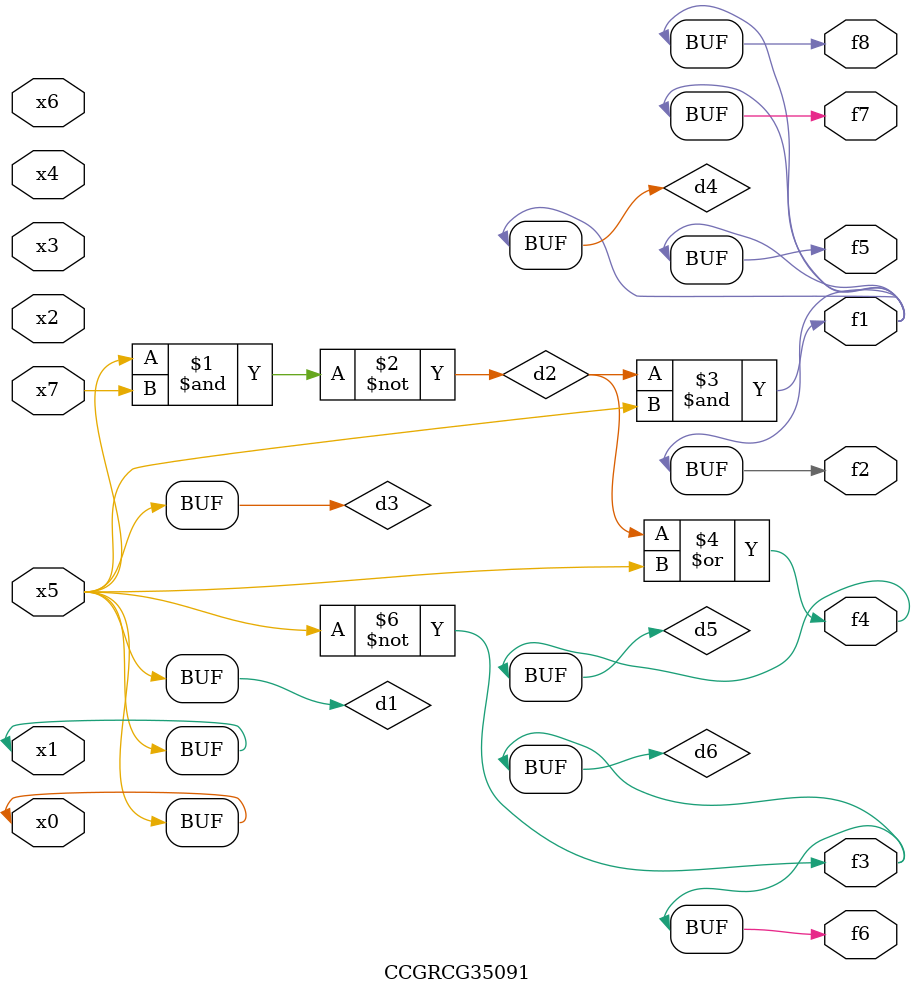
<source format=v>
module CCGRCG35091(
	input x0, x1, x2, x3, x4, x5, x6, x7,
	output f1, f2, f3, f4, f5, f6, f7, f8
);

	wire d1, d2, d3, d4, d5, d6;

	buf (d1, x0, x5);
	nand (d2, x5, x7);
	buf (d3, x0, x1);
	and (d4, d2, d3);
	or (d5, d2, d3);
	nor (d6, d1, d3);
	assign f1 = d4;
	assign f2 = d4;
	assign f3 = d6;
	assign f4 = d5;
	assign f5 = d4;
	assign f6 = d6;
	assign f7 = d4;
	assign f8 = d4;
endmodule

</source>
